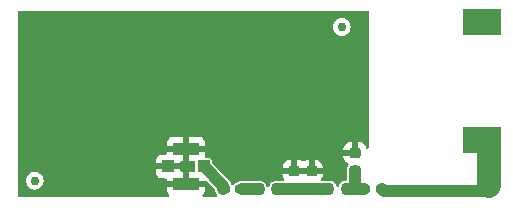
<source format=gbr>
%TF.GenerationSoftware,KiCad,Pcbnew,6.0.2+dfsg-1*%
%TF.CreationDate,2022-09-07T20:40:41-04:00*%
%TF.ProjectId,RUSP_Antenna,52555350-5f41-46e7-9465-6e6e612e6b69,rev?*%
%TF.SameCoordinates,Original*%
%TF.FileFunction,Copper,L1,Top*%
%TF.FilePolarity,Positive*%
%FSLAX46Y46*%
G04 Gerber Fmt 4.6, Leading zero omitted, Abs format (unit mm)*
G04 Created by KiCad (PCBNEW 6.0.2+dfsg-1) date 2022-09-07 20:40:41*
%MOMM*%
%LPD*%
G01*
G04 APERTURE LIST*
G04 Aperture macros list*
%AMRoundRect*
0 Rectangle with rounded corners*
0 $1 Rounding radius*
0 $2 $3 $4 $5 $6 $7 $8 $9 X,Y pos of 4 corners*
0 Add a 4 corners polygon primitive as box body*
4,1,4,$2,$3,$4,$5,$6,$7,$8,$9,$2,$3,0*
0 Add four circle primitives for the rounded corners*
1,1,$1+$1,$2,$3*
1,1,$1+$1,$4,$5*
1,1,$1+$1,$6,$7*
1,1,$1+$1,$8,$9*
0 Add four rect primitives between the rounded corners*
20,1,$1+$1,$2,$3,$4,$5,0*
20,1,$1+$1,$4,$5,$6,$7,0*
20,1,$1+$1,$6,$7,$8,$9,0*
20,1,$1+$1,$8,$9,$2,$3,0*%
G04 Aperture macros list end*
%TA.AperFunction,SMDPad,CuDef*%
%ADD10C,0.750000*%
%TD*%
%TA.AperFunction,SMDPad,CuDef*%
%ADD11R,1.000000X1.000000*%
%TD*%
%TA.AperFunction,SMDPad,CuDef*%
%ADD12R,2.200000X1.050000*%
%TD*%
%TA.AperFunction,SMDPad,CuDef*%
%ADD13RoundRect,0.225000X-0.225000X-0.250000X0.225000X-0.250000X0.225000X0.250000X-0.225000X0.250000X0*%
%TD*%
%TA.AperFunction,SMDPad,CuDef*%
%ADD14RoundRect,0.225000X-0.250000X0.225000X-0.250000X-0.225000X0.250000X-0.225000X0.250000X0.225000X0*%
%TD*%
%TA.AperFunction,SMDPad,CuDef*%
%ADD15RoundRect,0.218750X0.256250X-0.218750X0.256250X0.218750X-0.256250X0.218750X-0.256250X-0.218750X0*%
%TD*%
%TA.AperFunction,SMDPad,CuDef*%
%ADD16R,3.200000X2.200000*%
%TD*%
%TA.AperFunction,SMDPad,CuDef*%
%ADD17RoundRect,0.147500X0.147500X0.172500X-0.147500X0.172500X-0.147500X-0.172500X0.147500X-0.172500X0*%
%TD*%
%TA.AperFunction,Conductor*%
%ADD18C,2.000000*%
%TD*%
%TA.AperFunction,Conductor*%
%ADD19C,1.000000*%
%TD*%
G04 APERTURE END LIST*
D10*
%TO.P,FID1,*%
%TO.N,*%
X125750000Y-103750000D03*
%TD*%
%TO.P,FID2,*%
%TO.N,*%
X151750000Y-90750000D03*
%TD*%
D11*
%TO.P,J1,1,In*%
%TO.N,Net-(J1-Pad1)*%
X140050000Y-102550000D03*
D12*
%TO.P,J1,2,Ext*%
%TO.N,GNDA*%
X138550000Y-101075000D03*
X138550000Y-104025000D03*
D11*
X137050000Y-102550000D03*
%TD*%
D13*
%TO.P,C1,1*%
%TO.N,Net-(C1-Pad1)*%
X150625000Y-104450000D03*
%TO.P,C1,2*%
%TO.N,Net-(C1-Pad2)*%
X152175000Y-104450000D03*
%TD*%
D14*
%TO.P,C2,1*%
%TO.N,GNDA*%
X149190000Y-102945000D03*
%TO.P,C2,2*%
%TO.N,Net-(C1-Pad1)*%
X149190000Y-104495000D03*
%TD*%
D15*
%TO.P,L1,1,1*%
%TO.N,Net-(C1-Pad2)*%
X152860000Y-102977500D03*
%TO.P,L1,2,2*%
%TO.N,GNDA*%
X152860000Y-101402500D03*
%TD*%
D16*
%TO.P,AE1,*%
%TO.N,*%
X163650000Y-90300000D03*
%TO.P,AE1,1,A*%
%TO.N,Net-(AE1-Pad1)*%
X163650000Y-100300000D03*
%TD*%
D17*
%TO.P,L4,1,1*%
%TO.N,Net-(C3-Pad1)*%
X142985000Y-104500000D03*
%TO.P,L4,2,2*%
%TO.N,Net-(J1-Pad1)*%
X142015000Y-104500000D03*
%TD*%
%TO.P,L2,1,1*%
%TO.N,Net-(AE1-Pad1)*%
X154885000Y-104490000D03*
%TO.P,L2,2,2*%
%TO.N,Net-(C1-Pad2)*%
X153915000Y-104490000D03*
%TD*%
D15*
%TO.P,L3,1,1*%
%TO.N,Net-(C1-Pad1)*%
X147710000Y-104497500D03*
%TO.P,L3,2,2*%
%TO.N,GNDA*%
X147710000Y-102922500D03*
%TD*%
D13*
%TO.P,C3,1*%
%TO.N,Net-(C3-Pad1)*%
X144725000Y-104500000D03*
%TO.P,C3,2*%
%TO.N,Net-(C1-Pad1)*%
X146275000Y-104500000D03*
%TD*%
D18*
%TO.N,Net-(AE1-Pad1)*%
X164225480Y-100875480D02*
X164225480Y-104200000D01*
D19*
X155297500Y-104600000D02*
X163825480Y-104600000D01*
X155187500Y-104490000D02*
X155297500Y-104600000D01*
D18*
X163650000Y-100300000D02*
X164225480Y-100875480D01*
D19*
X163825480Y-104600000D02*
X164225480Y-104200000D01*
%TO.N,Net-(C1-Pad1)*%
X147712500Y-104495000D02*
X147710000Y-104497500D01*
X149190000Y-104495000D02*
X147712500Y-104495000D01*
X149190000Y-104495000D02*
X150580000Y-104495000D01*
X146275000Y-104500000D02*
X147707500Y-104500000D01*
X147707500Y-104500000D02*
X147710000Y-104497500D01*
X150580000Y-104495000D02*
X150625000Y-104450000D01*
%TO.N,Net-(C1-Pad2)*%
X152860000Y-104340000D02*
X152750000Y-104450000D01*
X152860000Y-102977500D02*
X152860000Y-104340000D01*
X152750000Y-104450000D02*
X153572500Y-104450000D01*
X153572500Y-104450000D02*
X153612500Y-104490000D01*
X152175000Y-104450000D02*
X152750000Y-104450000D01*
%TO.N,Net-(C3-Pad1)*%
X143287500Y-104500000D02*
X144725000Y-104500000D01*
%TO.N,Net-(J1-Pad1)*%
X140050000Y-102550000D02*
X141712500Y-104212500D01*
X141712500Y-104212500D02*
X141712500Y-104500000D01*
%TD*%
%TA.AperFunction,Conductor*%
%TO.N,GNDA*%
G36*
X153992121Y-89370002D02*
G01*
X154038614Y-89423658D01*
X154050000Y-89476000D01*
X154050000Y-100910294D01*
X154029998Y-100978415D01*
X153976342Y-101024908D01*
X153906068Y-101035012D01*
X153841488Y-101005518D01*
X153804476Y-100950170D01*
X153781170Y-100880313D01*
X153774996Y-100867134D01*
X153693530Y-100735486D01*
X153684494Y-100724085D01*
X153574920Y-100614702D01*
X153563509Y-100605690D01*
X153431709Y-100524447D01*
X153418532Y-100518303D01*
X153271157Y-100469421D01*
X153257790Y-100466555D01*
X153167730Y-100457328D01*
X153161315Y-100457000D01*
X153132115Y-100457000D01*
X153116876Y-100461475D01*
X153115671Y-100462865D01*
X153114000Y-100470548D01*
X153114000Y-101530500D01*
X153093998Y-101598621D01*
X153040342Y-101645114D01*
X152988000Y-101656500D01*
X151895115Y-101656500D01*
X151879876Y-101660975D01*
X151878671Y-101662365D01*
X151877158Y-101669321D01*
X151877337Y-101672782D01*
X151886804Y-101764021D01*
X151889697Y-101777417D01*
X151938830Y-101924687D01*
X151945004Y-101937866D01*
X152026470Y-102069514D01*
X152035506Y-102080915D01*
X152145080Y-102190298D01*
X152156491Y-102199310D01*
X152276792Y-102273465D01*
X152324286Y-102326238D01*
X152335709Y-102396309D01*
X152307435Y-102461433D01*
X152299771Y-102469820D01*
X152260342Y-102509249D01*
X152200049Y-102627580D01*
X152184500Y-102725754D01*
X152184500Y-102758701D01*
X152180541Y-102790036D01*
X152179282Y-102794939D01*
X152176524Y-102802013D01*
X152159500Y-102931326D01*
X152159500Y-103634560D01*
X152139498Y-103702681D01*
X152085842Y-103749174D01*
X152048644Y-103759646D01*
X152006680Y-103764724D01*
X151999578Y-103767407D01*
X151992195Y-103769221D01*
X151991959Y-103768261D01*
X151957797Y-103774500D01*
X151916512Y-103774500D01*
X151866766Y-103782379D01*
X151826665Y-103788730D01*
X151826663Y-103788731D01*
X151816874Y-103790281D01*
X151696780Y-103851472D01*
X151601472Y-103946780D01*
X151540281Y-104066874D01*
X151538731Y-104076663D01*
X151538730Y-104076665D01*
X151530811Y-104126665D01*
X151524500Y-104166512D01*
X151522250Y-104166156D01*
X151500326Y-104223676D01*
X151443188Y-104265816D01*
X151372338Y-104270375D01*
X151310271Y-104235906D01*
X151276691Y-104173352D01*
X151275703Y-104166480D01*
X151275500Y-104166512D01*
X151261270Y-104076665D01*
X151261269Y-104076663D01*
X151259719Y-104066874D01*
X151198528Y-103946780D01*
X151103220Y-103851472D01*
X150983126Y-103790281D01*
X150973337Y-103788731D01*
X150973335Y-103788730D01*
X150933234Y-103782379D01*
X150883488Y-103774500D01*
X150832134Y-103774500D01*
X150793827Y-103768535D01*
X150757225Y-103756854D01*
X150749645Y-103756337D01*
X150749644Y-103756337D01*
X150595646Y-103745838D01*
X150595642Y-103745838D01*
X150588070Y-103745322D01*
X150580593Y-103746627D01*
X150580591Y-103746627D01*
X150431636Y-103772624D01*
X150409973Y-103774500D01*
X150366512Y-103774500D01*
X150266874Y-103790281D01*
X150266843Y-103790083D01*
X150238952Y-103794500D01*
X150141831Y-103794500D01*
X150073710Y-103774498D01*
X150027217Y-103720842D01*
X150017113Y-103650568D01*
X150034571Y-103602384D01*
X150105004Y-103488120D01*
X150111151Y-103474939D01*
X150160491Y-103326186D01*
X150163358Y-103312810D01*
X150172672Y-103221903D01*
X150172929Y-103216874D01*
X150168525Y-103201876D01*
X150167135Y-103200671D01*
X150159452Y-103199000D01*
X148232168Y-103199000D01*
X148164047Y-103178998D01*
X148163683Y-103178726D01*
X148153452Y-103176500D01*
X146745115Y-103176500D01*
X146729876Y-103180975D01*
X146728671Y-103182365D01*
X146727158Y-103189321D01*
X146727337Y-103192782D01*
X146736804Y-103284021D01*
X146739697Y-103297417D01*
X146788830Y-103444687D01*
X146795004Y-103457866D01*
X146876471Y-103589515D01*
X146881005Y-103595236D01*
X146907642Y-103661046D01*
X146894471Y-103730810D01*
X146845673Y-103782379D01*
X146782259Y-103799500D01*
X146232484Y-103799500D01*
X146106680Y-103814724D01*
X146099577Y-103817408D01*
X146092195Y-103819221D01*
X146091959Y-103818261D01*
X146057797Y-103824500D01*
X146016512Y-103824500D01*
X145956149Y-103834060D01*
X145926665Y-103838730D01*
X145926663Y-103838731D01*
X145916874Y-103840281D01*
X145796780Y-103901472D01*
X145701472Y-103996780D01*
X145640281Y-104116874D01*
X145638731Y-104126663D01*
X145638730Y-104126665D01*
X145626357Y-104204789D01*
X145624500Y-104216512D01*
X145622250Y-104216156D01*
X145600326Y-104273676D01*
X145543188Y-104315816D01*
X145472338Y-104320375D01*
X145410271Y-104285906D01*
X145376691Y-104223352D01*
X145375703Y-104216480D01*
X145375500Y-104216512D01*
X145361270Y-104126665D01*
X145361269Y-104126663D01*
X145359719Y-104116874D01*
X145298528Y-103996780D01*
X145203220Y-103901472D01*
X145083126Y-103840281D01*
X145073337Y-103838731D01*
X145073335Y-103838730D01*
X145043851Y-103834060D01*
X144983488Y-103824500D01*
X144943799Y-103824500D01*
X144912464Y-103820541D01*
X144907561Y-103819282D01*
X144900487Y-103816524D01*
X144805227Y-103803983D01*
X144775261Y-103800038D01*
X144775260Y-103800038D01*
X144771174Y-103799500D01*
X143244984Y-103799500D01*
X143119180Y-103814724D01*
X142960577Y-103874655D01*
X142954319Y-103878956D01*
X142833079Y-103962282D01*
X142780064Y-103983098D01*
X142745810Y-103988141D01*
X142745804Y-103988143D01*
X142736116Y-103989569D01*
X142632120Y-104040628D01*
X142614738Y-104058041D01*
X142600300Y-104072504D01*
X142538017Y-104106584D01*
X142467197Y-104101581D01*
X142410324Y-104059085D01*
X142390504Y-104019907D01*
X142389333Y-104016030D01*
X142388027Y-104008546D01*
X142362643Y-103950718D01*
X142360162Y-103944637D01*
X142340532Y-103892687D01*
X142340531Y-103892685D01*
X142337845Y-103885577D01*
X142333540Y-103879313D01*
X142331950Y-103876272D01*
X142324655Y-103863165D01*
X142322932Y-103860251D01*
X142319879Y-103853297D01*
X142281442Y-103803206D01*
X142277574Y-103797882D01*
X142241812Y-103745849D01*
X142195842Y-103704891D01*
X142190567Y-103699911D01*
X141142357Y-102651700D01*
X146727386Y-102651700D01*
X146731475Y-102665624D01*
X146732865Y-102666829D01*
X146740548Y-102668500D01*
X147437885Y-102668500D01*
X147453124Y-102664025D01*
X147454329Y-102662635D01*
X147456000Y-102654952D01*
X147456000Y-102650385D01*
X147964000Y-102650385D01*
X147968475Y-102665624D01*
X147969865Y-102666829D01*
X147977548Y-102668500D01*
X148667832Y-102668500D01*
X148735953Y-102688502D01*
X148736317Y-102688774D01*
X148746548Y-102691000D01*
X148917885Y-102691000D01*
X148933124Y-102686525D01*
X148934329Y-102685135D01*
X148936000Y-102677452D01*
X148936000Y-102672885D01*
X149444000Y-102672885D01*
X149448475Y-102688124D01*
X149449865Y-102689329D01*
X149457548Y-102691000D01*
X150154885Y-102691000D01*
X150170124Y-102686525D01*
X150171329Y-102685135D01*
X150173000Y-102677452D01*
X150173000Y-102674562D01*
X150172663Y-102668047D01*
X150163106Y-102575943D01*
X150160212Y-102562544D01*
X150110619Y-102413893D01*
X150104445Y-102400714D01*
X150022212Y-102267827D01*
X150013176Y-102256426D01*
X149902571Y-102146014D01*
X149891160Y-102137002D01*
X149758120Y-102054996D01*
X149744939Y-102048849D01*
X149596186Y-101999509D01*
X149582810Y-101996642D01*
X149491903Y-101987328D01*
X149485486Y-101987000D01*
X149462115Y-101987000D01*
X149446876Y-101991475D01*
X149445671Y-101992865D01*
X149444000Y-102000548D01*
X149444000Y-102672885D01*
X148936000Y-102672885D01*
X148936000Y-102005115D01*
X148931525Y-101989876D01*
X148930135Y-101988671D01*
X148922452Y-101987000D01*
X148894562Y-101987000D01*
X148888047Y-101987337D01*
X148795943Y-101996894D01*
X148782544Y-101999788D01*
X148633893Y-102049381D01*
X148620714Y-102055555D01*
X148526709Y-102113727D01*
X148458257Y-102132565D01*
X148394290Y-102113843D01*
X148281709Y-102044447D01*
X148268532Y-102038303D01*
X148121157Y-101989421D01*
X148107790Y-101986555D01*
X148017730Y-101977328D01*
X148011315Y-101977000D01*
X147982115Y-101977000D01*
X147966876Y-101981475D01*
X147965671Y-101982865D01*
X147964000Y-101990548D01*
X147964000Y-102650385D01*
X147456000Y-102650385D01*
X147456000Y-101995115D01*
X147451525Y-101979876D01*
X147450135Y-101978671D01*
X147442452Y-101977000D01*
X147408734Y-101977000D01*
X147402218Y-101977337D01*
X147310979Y-101986804D01*
X147297583Y-101989697D01*
X147150313Y-102038830D01*
X147137134Y-102045004D01*
X147005486Y-102126470D01*
X146994085Y-102135506D01*
X146884702Y-102245080D01*
X146875690Y-102256491D01*
X146794447Y-102388291D01*
X146788303Y-102401468D01*
X146739421Y-102548843D01*
X146736555Y-102562210D01*
X146727386Y-102651700D01*
X141142357Y-102651700D01*
X140787405Y-102296748D01*
X140753379Y-102234436D01*
X140750500Y-102207653D01*
X140750500Y-102030252D01*
X140742787Y-101991475D01*
X140741288Y-101983939D01*
X140741288Y-101983938D01*
X140738867Y-101971769D01*
X140694552Y-101905448D01*
X140628231Y-101861133D01*
X140616062Y-101858712D01*
X140616061Y-101858712D01*
X140575816Y-101850707D01*
X140569748Y-101849500D01*
X140276549Y-101849500D01*
X140208428Y-101829498D01*
X140161935Y-101775842D01*
X140151286Y-101709892D01*
X140157631Y-101651486D01*
X140158000Y-101644672D01*
X140158000Y-101347115D01*
X140153525Y-101331876D01*
X140152135Y-101330671D01*
X140144452Y-101329000D01*
X138822115Y-101329000D01*
X138806876Y-101333475D01*
X138805671Y-101334865D01*
X138804000Y-101342548D01*
X138804000Y-102089885D01*
X138808475Y-102105124D01*
X138809865Y-102106329D01*
X138817548Y-102108000D01*
X139223500Y-102107999D01*
X139291620Y-102128001D01*
X139338114Y-102181656D01*
X139349500Y-102233999D01*
X139349500Y-102521359D01*
X139349208Y-102529929D01*
X139346985Y-102562544D01*
X139345322Y-102586930D01*
X139346627Y-102594407D01*
X139347624Y-102600119D01*
X139349500Y-102621783D01*
X139349500Y-102866000D01*
X139329498Y-102934121D01*
X139275842Y-102980614D01*
X139223500Y-102992000D01*
X138822115Y-102992001D01*
X138806876Y-102996476D01*
X138805671Y-102997866D01*
X138804000Y-103005549D01*
X138804000Y-103752885D01*
X138808475Y-103768124D01*
X138809865Y-103769329D01*
X138817548Y-103771000D01*
X140139884Y-103771000D01*
X140176731Y-103760181D01*
X140247728Y-103760181D01*
X140301324Y-103791982D01*
X140975887Y-104466545D01*
X141009913Y-104528857D01*
X141011801Y-104542540D01*
X141012000Y-104542516D01*
X141027224Y-104668320D01*
X141087155Y-104826923D01*
X141173555Y-104952635D01*
X141195654Y-105020102D01*
X141177769Y-105088809D01*
X141125577Y-105136939D01*
X141069714Y-105150000D01*
X140074766Y-105150000D01*
X140006645Y-105129998D01*
X139960152Y-105076342D01*
X139950048Y-105006068D01*
X139979542Y-104941488D01*
X139999200Y-104923174D01*
X140005726Y-104918283D01*
X140018285Y-104905724D01*
X140094786Y-104803649D01*
X140103324Y-104788054D01*
X140148478Y-104667606D01*
X140152105Y-104652351D01*
X140157631Y-104601486D01*
X140158000Y-104594672D01*
X140158000Y-104297115D01*
X140153525Y-104281876D01*
X140152135Y-104280671D01*
X140144452Y-104279000D01*
X136960116Y-104279000D01*
X136944877Y-104283475D01*
X136943672Y-104284865D01*
X136942001Y-104292548D01*
X136942001Y-104594669D01*
X136942371Y-104601490D01*
X136947895Y-104652352D01*
X136951521Y-104667604D01*
X136996676Y-104788054D01*
X137005214Y-104803649D01*
X137081715Y-104905724D01*
X137094274Y-104918283D01*
X137100800Y-104923174D01*
X137143314Y-104980034D01*
X137148339Y-105050853D01*
X137114279Y-105113146D01*
X137051948Y-105147136D01*
X137025234Y-105150000D01*
X124476000Y-105150000D01*
X124407879Y-105129998D01*
X124361386Y-105076342D01*
X124350000Y-105024000D01*
X124350000Y-103739455D01*
X124994825Y-103739455D01*
X124995512Y-103746462D01*
X124995512Y-103746465D01*
X125003518Y-103828113D01*
X125011255Y-103907025D01*
X125064402Y-104066791D01*
X125068049Y-104072813D01*
X125068050Y-104072815D01*
X125133865Y-104181488D01*
X125151624Y-104210812D01*
X125156513Y-104215875D01*
X125156514Y-104215876D01*
X125186685Y-104247119D01*
X125268586Y-104331929D01*
X125274483Y-104335788D01*
X125403577Y-104420266D01*
X125403581Y-104420268D01*
X125409475Y-104424125D01*
X125567289Y-104482815D01*
X125574270Y-104483746D01*
X125574272Y-104483747D01*
X125619812Y-104489823D01*
X125734183Y-104505083D01*
X125741194Y-104504445D01*
X125741198Y-104504445D01*
X125894843Y-104490462D01*
X125901864Y-104489823D01*
X125908566Y-104487645D01*
X125908568Y-104487645D01*
X126055298Y-104439970D01*
X126055301Y-104439969D01*
X126061997Y-104437793D01*
X126206623Y-104351578D01*
X126211717Y-104346727D01*
X126211721Y-104346724D01*
X126323454Y-104240322D01*
X126323455Y-104240320D01*
X126328554Y-104235465D01*
X126335275Y-104225350D01*
X126403528Y-104122621D01*
X126421731Y-104095223D01*
X126428781Y-104076665D01*
X126457298Y-104001592D01*
X126481521Y-103937823D01*
X126498569Y-103816524D01*
X126504404Y-103775010D01*
X126504404Y-103775006D01*
X126504955Y-103771088D01*
X126505249Y-103750000D01*
X126502145Y-103722328D01*
X126487266Y-103589672D01*
X126487265Y-103589669D01*
X126486481Y-103582676D01*
X126431108Y-103423668D01*
X126341884Y-103280879D01*
X126333723Y-103272661D01*
X126228205Y-103166403D01*
X126228201Y-103166400D01*
X126223242Y-103161406D01*
X126208976Y-103152352D01*
X126128829Y-103101490D01*
X126118081Y-103094669D01*
X136042001Y-103094669D01*
X136042371Y-103101490D01*
X136047895Y-103152352D01*
X136051521Y-103167604D01*
X136096676Y-103288054D01*
X136105214Y-103303649D01*
X136181715Y-103405724D01*
X136194276Y-103418285D01*
X136296351Y-103494786D01*
X136311946Y-103503324D01*
X136432394Y-103548478D01*
X136447649Y-103552105D01*
X136498514Y-103557631D01*
X136505328Y-103558000D01*
X136816000Y-103558000D01*
X136884121Y-103578002D01*
X136930614Y-103631658D01*
X136942000Y-103684000D01*
X136942000Y-103752885D01*
X136946475Y-103768124D01*
X136947865Y-103769329D01*
X136955548Y-103771000D01*
X138277885Y-103771000D01*
X138293124Y-103766525D01*
X138294329Y-103765135D01*
X138296000Y-103757452D01*
X138296000Y-103010116D01*
X138291525Y-102994877D01*
X138290135Y-102993672D01*
X138282452Y-102992001D01*
X138184000Y-102992001D01*
X138115879Y-102971999D01*
X138069386Y-102918343D01*
X138058000Y-102866001D01*
X138058000Y-102822115D01*
X138053525Y-102806876D01*
X138052135Y-102805671D01*
X138044452Y-102804000D01*
X136060116Y-102804000D01*
X136044877Y-102808475D01*
X136043672Y-102809865D01*
X136042001Y-102817548D01*
X136042001Y-103094669D01*
X126118081Y-103094669D01*
X126081079Y-103071187D01*
X125922462Y-103014706D01*
X125915474Y-103013873D01*
X125915471Y-103013872D01*
X125822300Y-103002762D01*
X125755273Y-102994769D01*
X125748270Y-102995505D01*
X125748269Y-102995505D01*
X125702712Y-103000293D01*
X125587821Y-103012369D01*
X125581155Y-103014638D01*
X125581152Y-103014639D01*
X125435098Y-103064360D01*
X125435095Y-103064361D01*
X125428431Y-103066630D01*
X125422436Y-103070318D01*
X125422432Y-103070320D01*
X125291021Y-103151165D01*
X125291019Y-103151167D01*
X125285022Y-103154856D01*
X125164724Y-103272661D01*
X125073515Y-103414190D01*
X125015927Y-103572409D01*
X124994825Y-103739455D01*
X124350000Y-103739455D01*
X124350000Y-102277885D01*
X136042000Y-102277885D01*
X136046475Y-102293124D01*
X136047865Y-102294329D01*
X136055548Y-102296000D01*
X138039884Y-102296000D01*
X138055123Y-102291525D01*
X138056328Y-102290135D01*
X138057999Y-102282452D01*
X138057999Y-102234000D01*
X138078001Y-102165879D01*
X138131657Y-102119386D01*
X138183999Y-102108000D01*
X138277885Y-102108000D01*
X138293124Y-102103525D01*
X138294329Y-102102135D01*
X138296000Y-102094452D01*
X138296000Y-101347115D01*
X138291525Y-101331876D01*
X138290135Y-101330671D01*
X138282452Y-101329000D01*
X136960116Y-101329000D01*
X136944877Y-101333475D01*
X136943672Y-101334865D01*
X136942001Y-101342548D01*
X136942001Y-101416001D01*
X136921999Y-101484122D01*
X136868343Y-101530615D01*
X136816001Y-101542001D01*
X136505331Y-101542001D01*
X136498510Y-101542371D01*
X136447648Y-101547895D01*
X136432396Y-101551521D01*
X136311946Y-101596676D01*
X136296351Y-101605214D01*
X136194276Y-101681715D01*
X136181715Y-101694276D01*
X136105214Y-101796351D01*
X136096676Y-101811946D01*
X136051522Y-101932394D01*
X136047895Y-101947649D01*
X136042369Y-101998514D01*
X136042000Y-102005328D01*
X136042000Y-102277885D01*
X124350000Y-102277885D01*
X124350000Y-101131700D01*
X151877386Y-101131700D01*
X151881475Y-101145624D01*
X151882865Y-101146829D01*
X151890548Y-101148500D01*
X152587885Y-101148500D01*
X152603124Y-101144025D01*
X152604329Y-101142635D01*
X152606000Y-101134952D01*
X152606000Y-100475115D01*
X152601525Y-100459876D01*
X152600135Y-100458671D01*
X152592452Y-100457000D01*
X152558734Y-100457000D01*
X152552218Y-100457337D01*
X152460979Y-100466804D01*
X152447583Y-100469697D01*
X152300313Y-100518830D01*
X152287134Y-100525004D01*
X152155486Y-100606470D01*
X152144085Y-100615506D01*
X152034702Y-100725080D01*
X152025690Y-100736491D01*
X151944447Y-100868291D01*
X151938303Y-100881468D01*
X151889421Y-101028843D01*
X151886555Y-101042210D01*
X151877386Y-101131700D01*
X124350000Y-101131700D01*
X124350000Y-100802885D01*
X136942000Y-100802885D01*
X136946475Y-100818124D01*
X136947865Y-100819329D01*
X136955548Y-100821000D01*
X138277885Y-100821000D01*
X138293124Y-100816525D01*
X138294329Y-100815135D01*
X138296000Y-100807452D01*
X138296000Y-100802885D01*
X138804000Y-100802885D01*
X138808475Y-100818124D01*
X138809865Y-100819329D01*
X138817548Y-100821000D01*
X140139884Y-100821000D01*
X140155123Y-100816525D01*
X140156328Y-100815135D01*
X140157999Y-100807452D01*
X140157999Y-100505331D01*
X140157629Y-100498510D01*
X140152105Y-100447648D01*
X140148479Y-100432396D01*
X140103324Y-100311946D01*
X140094786Y-100296351D01*
X140018285Y-100194276D01*
X140005724Y-100181715D01*
X139903649Y-100105214D01*
X139888054Y-100096676D01*
X139767606Y-100051522D01*
X139752351Y-100047895D01*
X139701486Y-100042369D01*
X139694672Y-100042000D01*
X138822115Y-100042000D01*
X138806876Y-100046475D01*
X138805671Y-100047865D01*
X138804000Y-100055548D01*
X138804000Y-100802885D01*
X138296000Y-100802885D01*
X138296000Y-100060116D01*
X138291525Y-100044877D01*
X138290135Y-100043672D01*
X138282452Y-100042001D01*
X137405331Y-100042001D01*
X137398510Y-100042371D01*
X137347648Y-100047895D01*
X137332396Y-100051521D01*
X137211946Y-100096676D01*
X137196351Y-100105214D01*
X137094276Y-100181715D01*
X137081715Y-100194276D01*
X137005214Y-100296351D01*
X136996676Y-100311946D01*
X136951522Y-100432394D01*
X136947895Y-100447649D01*
X136942369Y-100498514D01*
X136942000Y-100505328D01*
X136942000Y-100802885D01*
X124350000Y-100802885D01*
X124350000Y-90739455D01*
X150994825Y-90739455D01*
X150995512Y-90746462D01*
X150995512Y-90746465D01*
X150998311Y-90775010D01*
X151011255Y-90907025D01*
X151064402Y-91066791D01*
X151151624Y-91210812D01*
X151156513Y-91215875D01*
X151156514Y-91215876D01*
X151227825Y-91289720D01*
X151268586Y-91331929D01*
X151274483Y-91335788D01*
X151403577Y-91420266D01*
X151403581Y-91420268D01*
X151409475Y-91424125D01*
X151567289Y-91482815D01*
X151574270Y-91483746D01*
X151574272Y-91483747D01*
X151619812Y-91489823D01*
X151734183Y-91505083D01*
X151741194Y-91504445D01*
X151741198Y-91504445D01*
X151894843Y-91490462D01*
X151901864Y-91489823D01*
X151908566Y-91487645D01*
X151908568Y-91487645D01*
X152055298Y-91439970D01*
X152055301Y-91439969D01*
X152061997Y-91437793D01*
X152206623Y-91351578D01*
X152211717Y-91346727D01*
X152211721Y-91346724D01*
X152323454Y-91240322D01*
X152323455Y-91240320D01*
X152328554Y-91235465D01*
X152344934Y-91210812D01*
X152417836Y-91101085D01*
X152421731Y-91095223D01*
X152481521Y-90937823D01*
X152504955Y-90771088D01*
X152505249Y-90750000D01*
X152486481Y-90582676D01*
X152431108Y-90423668D01*
X152341884Y-90280879D01*
X152333723Y-90272661D01*
X152228205Y-90166403D01*
X152228201Y-90166400D01*
X152223242Y-90161406D01*
X152081079Y-90071187D01*
X151922462Y-90014706D01*
X151915474Y-90013873D01*
X151915471Y-90013872D01*
X151822300Y-90002762D01*
X151755273Y-89994769D01*
X151748270Y-89995505D01*
X151748269Y-89995505D01*
X151702712Y-90000293D01*
X151587821Y-90012369D01*
X151581155Y-90014638D01*
X151581152Y-90014639D01*
X151435098Y-90064360D01*
X151435095Y-90064361D01*
X151428431Y-90066630D01*
X151422436Y-90070318D01*
X151422432Y-90070320D01*
X151291021Y-90151165D01*
X151291019Y-90151167D01*
X151285022Y-90154856D01*
X151164724Y-90272661D01*
X151073515Y-90414190D01*
X151015927Y-90572409D01*
X150994825Y-90739455D01*
X124350000Y-90739455D01*
X124350000Y-89476000D01*
X124370002Y-89407879D01*
X124423658Y-89361386D01*
X124476000Y-89350000D01*
X153924000Y-89350000D01*
X153992121Y-89370002D01*
G37*
%TD.AperFunction*%
%TD*%
M02*

</source>
